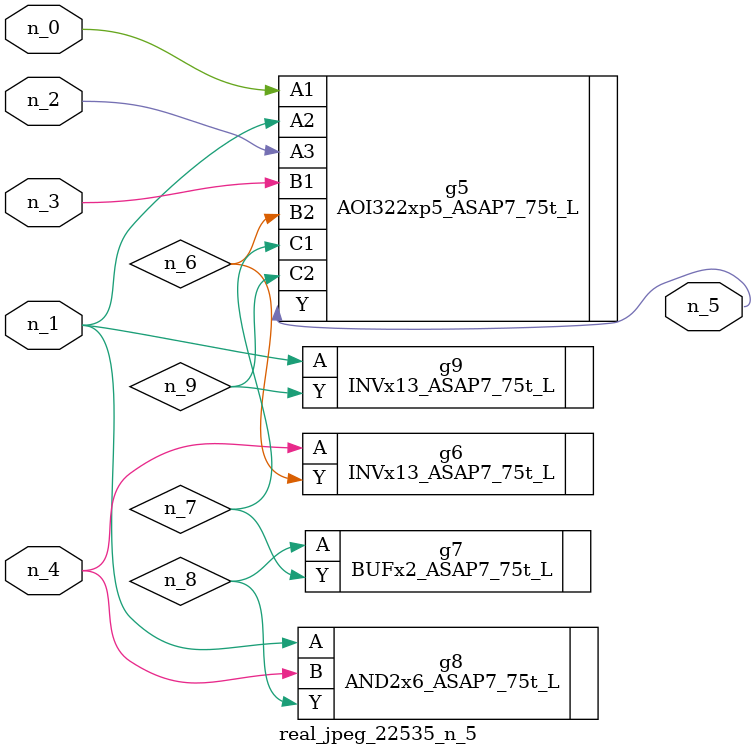
<source format=v>
module real_jpeg_22535_n_5 (n_4, n_0, n_1, n_2, n_3, n_5);

input n_4;
input n_0;
input n_1;
input n_2;
input n_3;

output n_5;

wire n_8;
wire n_6;
wire n_7;
wire n_9;

AOI322xp5_ASAP7_75t_L g5 ( 
.A1(n_0),
.A2(n_1),
.A3(n_2),
.B1(n_3),
.B2(n_6),
.C1(n_7),
.C2(n_9),
.Y(n_5)
);

AND2x6_ASAP7_75t_L g8 ( 
.A(n_1),
.B(n_4),
.Y(n_8)
);

INVx13_ASAP7_75t_L g9 ( 
.A(n_1),
.Y(n_9)
);

INVx13_ASAP7_75t_L g6 ( 
.A(n_4),
.Y(n_6)
);

BUFx2_ASAP7_75t_L g7 ( 
.A(n_8),
.Y(n_7)
);


endmodule
</source>
